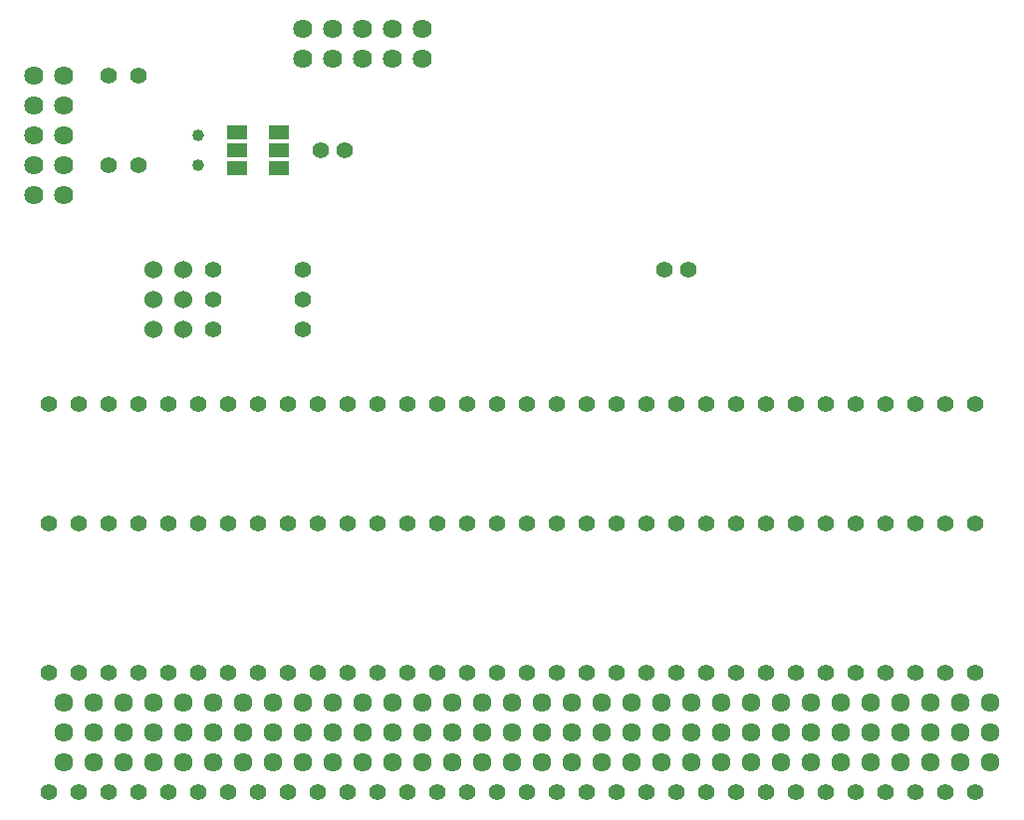
<source format=gbr>
G04 EAGLE Gerber RS-274X export*
G75*
%MOMM*%
%FSLAX34Y34*%
%LPD*%
%INSoldermask Bottom*%
%IPPOS*%
%AMOC8*
5,1,8,0,0,1.08239X$1,22.5*%
G01*
%ADD10C,1.422400*%
%ADD11C,1.524000*%
%ADD12C,1.625600*%
%ADD13C,1.009600*%
%ADD14R,1.701800X1.270000*%
%ADD15C,1.609600*%


D10*
X152400Y622300D03*
X152400Y546100D03*
X127000Y622300D03*
X127000Y546100D03*
D11*
X165100Y457200D03*
X190500Y457200D03*
X165100Y431800D03*
X190500Y431800D03*
X165100Y406400D03*
X190500Y406400D03*
D10*
X292100Y457200D03*
X215900Y457200D03*
X292100Y431800D03*
X215900Y431800D03*
X292100Y406400D03*
X215900Y406400D03*
X619760Y457200D03*
X599440Y457200D03*
X327660Y558800D03*
X307340Y558800D03*
D12*
X393700Y661670D03*
X393700Y636270D03*
X368300Y661670D03*
X368300Y636270D03*
X342900Y661670D03*
X342900Y636270D03*
X317500Y661670D03*
X317500Y636270D03*
X292100Y661670D03*
X292100Y636270D03*
X88900Y520700D03*
X63500Y520700D03*
X88900Y546100D03*
X63500Y546100D03*
X88900Y571500D03*
X63500Y571500D03*
X88900Y596900D03*
X63500Y596900D03*
X88900Y622300D03*
X63500Y622300D03*
D10*
X863600Y241300D03*
X838200Y241300D03*
X812800Y241300D03*
X787400Y241300D03*
X762000Y241300D03*
X736600Y241300D03*
X711200Y241300D03*
X685800Y241300D03*
X660400Y241300D03*
X635000Y241300D03*
X609600Y241300D03*
X584200Y241300D03*
X558800Y241300D03*
X533400Y241300D03*
X508000Y241300D03*
X482600Y241300D03*
X457200Y241300D03*
X431800Y241300D03*
X406400Y241300D03*
X76200Y241300D03*
X76200Y12700D03*
X406400Y12700D03*
X431800Y12700D03*
X457200Y12700D03*
X482600Y12700D03*
X508000Y12700D03*
X533400Y12700D03*
X558800Y12700D03*
X584200Y12700D03*
X609600Y12700D03*
X635000Y12700D03*
X660400Y12700D03*
X685800Y12700D03*
X711200Y12700D03*
X736600Y12700D03*
X762000Y12700D03*
X787400Y12700D03*
X812800Y12700D03*
X838200Y12700D03*
X863600Y12700D03*
X381000Y241300D03*
X355600Y241300D03*
X330200Y241300D03*
X304800Y241300D03*
X279400Y241300D03*
X254000Y241300D03*
X228600Y241300D03*
X203200Y241300D03*
X177800Y241300D03*
X152400Y241300D03*
X127000Y241300D03*
X101600Y241300D03*
X381000Y12700D03*
X355600Y12700D03*
X330200Y12700D03*
X304800Y12700D03*
X279400Y12700D03*
X254000Y12700D03*
X228600Y12700D03*
X203200Y12700D03*
X177800Y12700D03*
X152400Y12700D03*
X127000Y12700D03*
X101600Y12700D03*
D13*
X203200Y571500D03*
X203200Y546100D03*
D14*
X271780Y543560D03*
X271780Y558800D03*
X271780Y574040D03*
X236220Y574040D03*
X236220Y558800D03*
X236220Y543560D03*
D10*
X863600Y342900D03*
X838200Y342900D03*
X812800Y342900D03*
X787400Y342900D03*
X762000Y342900D03*
X736600Y342900D03*
X711200Y342900D03*
X685800Y342900D03*
X660400Y342900D03*
X635000Y342900D03*
X609600Y342900D03*
X584200Y342900D03*
X558800Y342900D03*
X533400Y342900D03*
X508000Y342900D03*
X482600Y342900D03*
X457200Y342900D03*
X431800Y342900D03*
X406400Y342900D03*
X76200Y342900D03*
X76200Y114300D03*
X406400Y114300D03*
X431800Y114300D03*
X457200Y114300D03*
X482600Y114300D03*
X508000Y114300D03*
X533400Y114300D03*
X558800Y114300D03*
X584200Y114300D03*
X609600Y114300D03*
X635000Y114300D03*
X660400Y114300D03*
X685800Y114300D03*
X711200Y114300D03*
X736600Y114300D03*
X762000Y114300D03*
X787400Y114300D03*
X812800Y114300D03*
X838200Y114300D03*
X863600Y114300D03*
X381000Y342900D03*
X355600Y342900D03*
X330200Y342900D03*
X304800Y342900D03*
X279400Y342900D03*
X254000Y342900D03*
X228600Y342900D03*
X203200Y342900D03*
X177800Y342900D03*
X152400Y342900D03*
X127000Y342900D03*
X101600Y342900D03*
X381000Y114300D03*
X355600Y114300D03*
X330200Y114300D03*
X304800Y114300D03*
X279400Y114300D03*
X254000Y114300D03*
X228600Y114300D03*
X203200Y114300D03*
X177800Y114300D03*
X152400Y114300D03*
X127000Y114300D03*
X101600Y114300D03*
D15*
X876300Y38100D03*
X850900Y38100D03*
X825500Y38100D03*
X800100Y38100D03*
X774700Y38100D03*
X749300Y38100D03*
X723900Y38100D03*
X698500Y38100D03*
X673100Y38100D03*
X647700Y38100D03*
X622300Y38100D03*
X596900Y38100D03*
X571500Y38100D03*
X546100Y38100D03*
X520700Y38100D03*
X495300Y38100D03*
X469900Y38100D03*
X444500Y38100D03*
X419100Y38100D03*
X393700Y38100D03*
X368300Y38100D03*
X342900Y38100D03*
X317500Y38100D03*
X292100Y38100D03*
X266700Y38100D03*
X241300Y38100D03*
X215900Y38100D03*
X190500Y38100D03*
X165100Y38100D03*
X139700Y38100D03*
X114300Y38100D03*
X88900Y38100D03*
X876300Y88900D03*
X850900Y88900D03*
X825500Y88900D03*
X800100Y88900D03*
X774700Y88900D03*
X749300Y88900D03*
X723900Y88900D03*
X698500Y88900D03*
X673100Y88900D03*
X647700Y88900D03*
X622300Y88900D03*
X596900Y88900D03*
X571500Y88900D03*
X546100Y88900D03*
X520700Y88900D03*
X495300Y88900D03*
X469900Y88900D03*
X444500Y88900D03*
X419100Y88900D03*
X393700Y88900D03*
X368300Y88900D03*
X342900Y88900D03*
X317500Y88900D03*
X292100Y88900D03*
X266700Y88900D03*
X241300Y88900D03*
X215900Y88900D03*
X190500Y88900D03*
X165100Y88900D03*
X139700Y88900D03*
X114300Y88900D03*
X88900Y88900D03*
X876300Y63500D03*
X850900Y63500D03*
X825500Y63500D03*
X800100Y63500D03*
X774700Y63500D03*
X749300Y63500D03*
X723900Y63500D03*
X698500Y63500D03*
X673100Y63500D03*
X647700Y63500D03*
X622300Y63500D03*
X596900Y63500D03*
X571500Y63500D03*
X546100Y63500D03*
X520700Y63500D03*
X495300Y63500D03*
X469900Y63500D03*
X444500Y63500D03*
X419100Y63500D03*
X393700Y63500D03*
X368300Y63500D03*
X342900Y63500D03*
X317500Y63500D03*
X292100Y63500D03*
X266700Y63500D03*
X241300Y63500D03*
X215900Y63500D03*
X190500Y63500D03*
X165100Y63500D03*
X139700Y63500D03*
X114300Y63500D03*
X88900Y63500D03*
M02*

</source>
